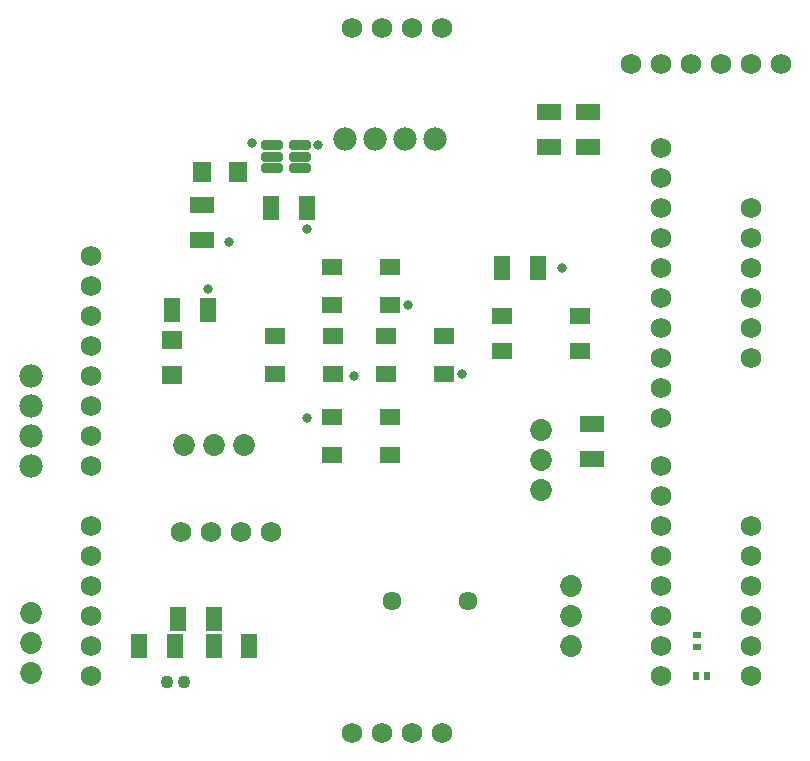
<source format=gts>
G04*
G04 #@! TF.GenerationSoftware,Altium Limited,Altium Designer,24.3.1 (35)*
G04*
G04 Layer_Color=8388736*
%FSLAX44Y44*%
%MOMM*%
G71*
G04*
G04 #@! TF.SameCoordinates,5EED45F6-1682-4EC0-A4BB-04ECB5DEF22F*
G04*
G04*
G04 #@! TF.FilePolarity,Negative*
G04*
G01*
G75*
%ADD15R,0.6000X0.7000*%
%ADD16R,0.7000X0.6000*%
G04:AMPARAMS|DCode=24|XSize=1.8132mm|YSize=0.7932mm|CornerRadius=0.1754mm|HoleSize=0mm|Usage=FLASHONLY|Rotation=180.000|XOffset=0mm|YOffset=0mm|HoleType=Round|Shape=RoundedRectangle|*
%AMROUNDEDRECTD24*
21,1,1.8132,0.4425,0,0,180.0*
21,1,1.4625,0.7932,0,0,180.0*
1,1,0.3507,-0.7313,0.2213*
1,1,0.3507,0.7313,0.2213*
1,1,0.3507,0.7313,-0.2213*
1,1,0.3507,-0.7313,-0.2213*
%
%ADD24ROUNDEDRECTD24*%
%ADD25R,1.3208X2.0066*%
%ADD26R,1.7032X1.4032*%
%ADD27R,2.0066X1.3208*%
%ADD28R,1.7780X1.4097*%
%ADD29R,1.6002X1.8034*%
%ADD30R,1.8034X1.6002*%
%ADD31C,1.8532*%
%ADD32C,1.7272*%
%ADD33C,1.9812*%
%ADD34C,1.6112*%
%ADD35C,1.1032*%
%ADD36C,0.8382*%
D15*
X605630Y35560D02*
D03*
X595630D02*
D03*
D16*
X596900Y69850D02*
D03*
Y59850D02*
D03*
D24*
X260370Y484480D02*
D03*
Y474980D02*
D03*
Y465480D02*
D03*
X237470D02*
D03*
Y474980D02*
D03*
Y484480D02*
D03*
D25*
X154686Y60960D02*
D03*
X124714D02*
D03*
X266446Y431800D02*
D03*
X236474D02*
D03*
X182626Y345440D02*
D03*
X152654D02*
D03*
X217932Y60960D02*
D03*
X187960D02*
D03*
X157734Y83820D02*
D03*
X187706D02*
D03*
X432054Y381000D02*
D03*
X462026D02*
D03*
D26*
X497820Y340120D02*
D03*
X431820Y310120D02*
D03*
Y340120D02*
D03*
X497820Y310120D02*
D03*
D27*
X471170Y512826D02*
D03*
Y482854D02*
D03*
X177800Y404114D02*
D03*
Y434086D02*
D03*
X508000Y248666D02*
D03*
Y218694D02*
D03*
X504190Y482854D02*
D03*
Y512826D02*
D03*
D28*
X382524Y323469D02*
D03*
X333756D02*
D03*
X382524Y291211D02*
D03*
X333756D02*
D03*
X288544Y323469D02*
D03*
X239776D02*
D03*
X288544Y291211D02*
D03*
X239776D02*
D03*
X336804Y381889D02*
D03*
X288036D02*
D03*
X336804Y349631D02*
D03*
X288036D02*
D03*
Y222631D02*
D03*
X336804D02*
D03*
X288036Y254889D02*
D03*
X336804D02*
D03*
D29*
X178054Y462280D02*
D03*
X208026D02*
D03*
D30*
X152400Y320040D02*
D03*
Y290068D02*
D03*
D31*
X464820Y243840D02*
D03*
Y218440D02*
D03*
Y193040D02*
D03*
X490220Y111760D02*
D03*
Y86360D02*
D03*
Y60960D02*
D03*
X213360Y231140D02*
D03*
X187960D02*
D03*
X162560D02*
D03*
X33020Y38100D02*
D03*
Y63500D02*
D03*
Y88900D02*
D03*
D32*
X566420Y254000D02*
D03*
Y279400D02*
D03*
Y304800D02*
D03*
Y330200D02*
D03*
Y355600D02*
D03*
Y381000D02*
D03*
Y406400D02*
D03*
Y431800D02*
D03*
Y457200D02*
D03*
Y482600D02*
D03*
X642620Y35560D02*
D03*
Y60960D02*
D03*
Y86360D02*
D03*
Y111760D02*
D03*
Y137160D02*
D03*
Y162560D02*
D03*
X160020Y157480D02*
D03*
X185420D02*
D03*
X210820D02*
D03*
X236220D02*
D03*
X381000Y-12700D02*
D03*
X355600D02*
D03*
X330200D02*
D03*
X304800D02*
D03*
Y584200D02*
D03*
X330200D02*
D03*
X355600D02*
D03*
X381000D02*
D03*
X541020Y553720D02*
D03*
X566420D02*
D03*
X591820D02*
D03*
X617220D02*
D03*
X642620D02*
D03*
X668020D02*
D03*
X83820Y35560D02*
D03*
Y60960D02*
D03*
Y86360D02*
D03*
Y111760D02*
D03*
Y137160D02*
D03*
Y162560D02*
D03*
Y213360D02*
D03*
Y238760D02*
D03*
Y264160D02*
D03*
Y289560D02*
D03*
Y314960D02*
D03*
Y340360D02*
D03*
Y365760D02*
D03*
Y391160D02*
D03*
X566420Y35560D02*
D03*
Y60960D02*
D03*
Y86360D02*
D03*
Y111760D02*
D03*
Y137160D02*
D03*
Y162560D02*
D03*
Y187960D02*
D03*
Y213360D02*
D03*
X642620Y431800D02*
D03*
Y406400D02*
D03*
Y381000D02*
D03*
Y355600D02*
D03*
Y330200D02*
D03*
Y304800D02*
D03*
D33*
X33020Y238760D02*
D03*
Y213360D02*
D03*
Y289560D02*
D03*
Y264160D02*
D03*
X323850Y490220D02*
D03*
X298450D02*
D03*
X374650D02*
D03*
X349250D02*
D03*
D34*
X338340Y99060D02*
D03*
X403340D02*
D03*
D35*
X148560Y30480D02*
D03*
X162560D02*
D03*
D36*
X351790Y349250D02*
D03*
X397510Y290830D02*
D03*
X306070Y289560D02*
D03*
X266700Y254000D02*
D03*
X482600Y381000D02*
D03*
X219710Y486410D02*
D03*
X275590Y485140D02*
D03*
X266700Y414020D02*
D03*
X200660Y402590D02*
D03*
X182880Y363220D02*
D03*
M02*

</source>
